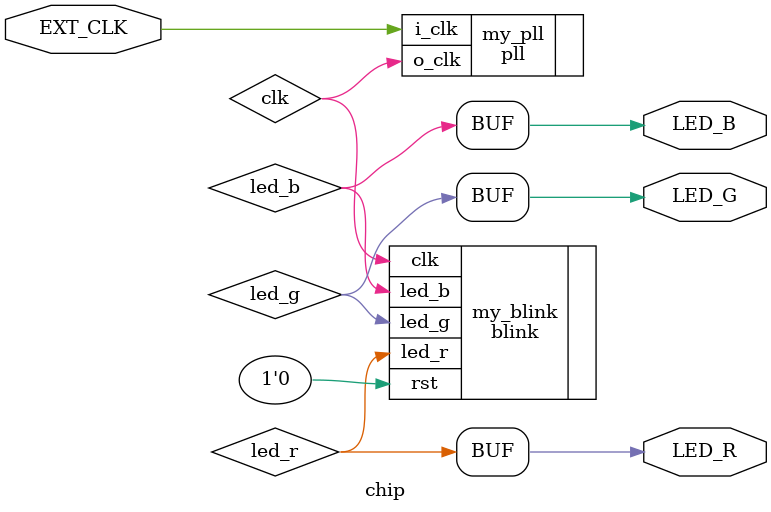
<source format=v>
module chip (
  input   EXT_CLK,
  output  LED_R,
  output  LED_G,
  output  LED_B
  );

  wire clk, led_r, led_g, led_b;

  // Clock IP
  // Takes the 12MHz oscillator, and converts it to 24MHz
  pll my_pll (
      .i_clk(EXT_CLK),
      .o_clk(clk)
  );

  // Module that blinks the light
  blink my_blink (
    .clk(clk),
    .rst(1'b0),
        .led_r(led_r),
        .led_g(led_g),
        .led_b(led_b)
  );

  // Connect the signals to the output pins
  assign LED_R = led_r;
  assign LED_G = led_g;
  assign LED_B = led_b;

endmodule

</source>
